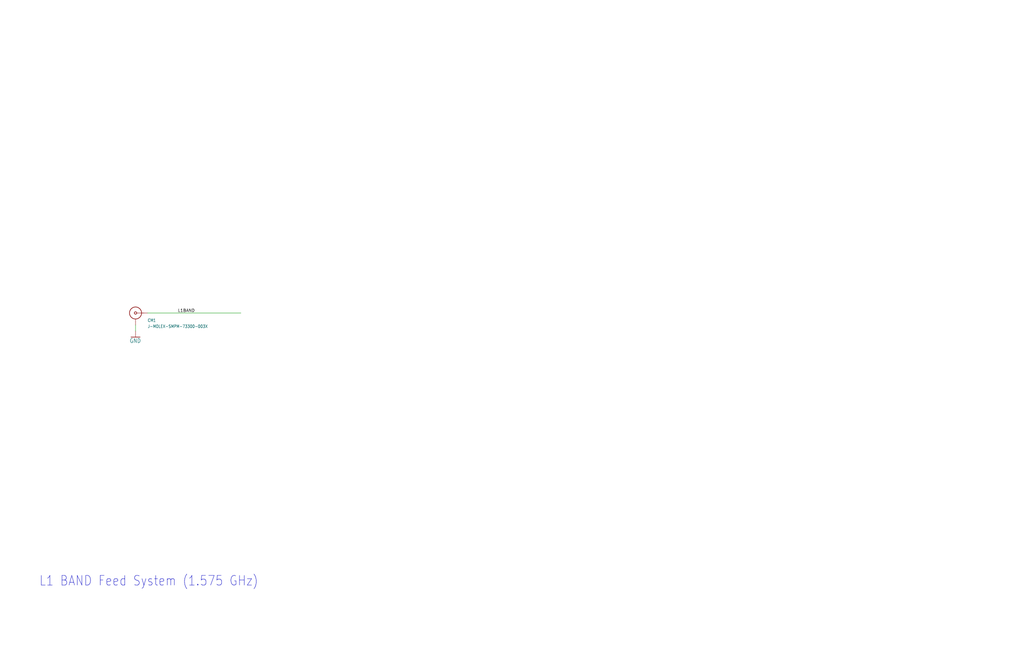
<source format=kicad_sch>
(kicad_sch (version 20211123) (generator eeschema)
  (paper "USLedger")
  (title_block (title "+Z End Card w/ Turnstile") (rev "1.0"))
  (lib_symbols
    (symbol "OreSat-j-molex-smpm-73300-003x:J-MOLEX-SMPM-73300-003X"
      (property "Reference" "CM1" (at -3.81 -5.08 0))
      (property "Value" "J-MOLEX-SMPM-73300-003X" (at -19.05 3.81 0))
      (symbol "J-MOLEX-SMPM-73300-003X_1_0"
        (polyline (pts (xy 0.508 0) (xy 3.556 0)) (stroke (width 0.1524)))
        (circle (center 0 0) (radius 0.508) (stroke (width 0.254)))
        (circle (center 0 0) (radius 2.54) (stroke (width 0.254)))
        (pin passive line (at 0 -5.08 90) (length 2.54) (name "SHIELD3") (number "GND"))
        (pin passive line (at 5.08 0 180) (length 2.54) (name "CENTER") (number "RF"))
      )
    )
    (symbol "plusz-end-card-with-turnstile-eagle-import:GND" (power)
      (property "Value" "GND" (at -2.54 -2.54 0))
      (symbol "GND_1_0"
        (polyline (pts (xy -1.905 0) (xy 1.905 0)) (stroke (width 0.254)))
        (pin power_in line (at 0 2.54 270) (length 2.54) (name "GND") (number "1"))
      )
    )
  )
  (wire (pts (xy 62.23 132.08) (xy 101.6 132.08)))
  (wire (pts (xy 57.15 139.7) (xy 57.15 137.16)))
  (text "L1 BAND Feed System (1.575 GHz)" (at 16.51 247.65 180) (effects (font (size 4.064 3.4544)) (justify left bottom)))
  (label "L1BAND" (at 74.93 132.08 0) (effects (font (size 1.2446 1.2446))))
  (symbol (lib_id "OreSat-j-molex-smpm-73300-003x:J-MOLEX-SMPM-73300-003X") (at 57.15 132.08 0) (unit 1)
    (property "Reference" "CM1" (at 62.23 135.89 0) (effects (font (size 1.27 1.0795)) (justify left bottom)))
    (property "Value" "J-MOLEX-SMPM-73300-003X" (at 62.23 138.43 0) (effects (font (size 1.27 1.0795)) (justify left bottom)))
    (property "Footprint" "oresat-footprints:J-MOLEX-SMPM-073300-003X" (effects hide))
  )
  (symbol (lib_id "plusz-end-card-with-turnstile-eagle-import:GND") (at 57.15 142.24 0) (unit 1)
    (property "Reference" "#GND012" (effects hide))
    (property "Value" "GND" (at 54.61 144.78 0) (effects (font (size 1.778 1.5113)) (justify left bottom)))
    (property "Footprint" "plusz-end-card-with-turnstile:" (effects hide))
  )
)
</source>
